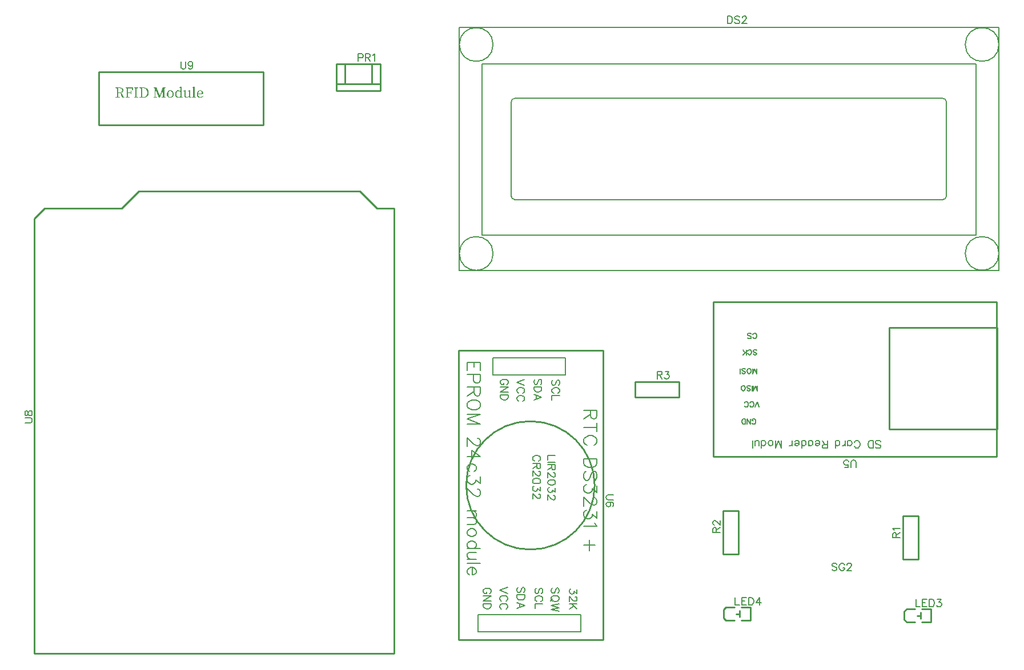
<source format=gto>
G04 Layer: TopSilkLayer*
G04 EasyEDA v6.4.7, 2021-01-23T14:16:31+05:30*
G04 c51e990780d247319b14f838fd0acc24,02e763260c664b4eba746f00e1d76479,10*
G04 Gerber Generator version 0.2*
G04 Scale: 100 percent, Rotated: No, Reflected: No *
G04 Dimensions in millimeters *
G04 leading zeros omitted , absolute positions ,3 integer and 3 decimal *
%FSLAX33Y33*%
%MOMM*%
G90*
D02*

%ADD10C,0.254000*%
%ADD24C,0.200660*%
%ADD25C,0.149987*%
%ADD26C,0.152400*%
%ADD27C,0.203200*%

%LPD*%
G54D10*
G01X57342Y4434D02*
G01X57342Y70474D01*
G01X57342Y70474D02*
G01X54802Y70474D01*
G01X54802Y70474D02*
G01X52262Y73014D01*
G01X52262Y73014D02*
G01X19496Y73014D01*
G01X19496Y73014D02*
G01X16956Y70474D01*
G01X16956Y70474D02*
G01X5526Y70474D01*
G01X5526Y70474D02*
G01X4002Y68950D01*
G01X4002Y68950D02*
G01X4002Y4434D01*
G01X4002Y4434D02*
G01X57342Y4434D01*
G54D24*
G01X82742Y45709D02*
G01X82742Y48249D01*
G01X71947Y45709D02*
G01X71947Y48249D01*
G01X71947Y48249D02*
G01X82742Y48249D01*
G01X71947Y45709D02*
G01X82742Y45709D01*
G54D10*
G01X88330Y49265D02*
G01X88330Y6466D01*
G01X67502Y6466D01*
G01X66867Y6466D01*
G01X66867Y11673D01*
G01X66867Y49392D01*
G01X69404Y49389D01*
G01X88330Y49392D01*
G54D24*
G01X85028Y7609D02*
G01X85028Y10149D01*
G01X69788Y7609D02*
G01X69788Y10149D01*
G01X69788Y10149D02*
G01X85028Y10149D01*
G01X69788Y7609D02*
G01X85028Y7609D01*
G54D10*
G01X133316Y9072D02*
G01X133316Y9073D01*
G01X132966Y9422D01*
G01X133316Y10973D02*
G01X133316Y10972D01*
G01X132966Y10623D01*
G01X135566Y10973D02*
G01X136916Y10973D01*
G01X135566Y9072D02*
G01X136916Y9072D01*
G01X134566Y10973D02*
G01X133316Y10973D01*
G01X134566Y9072D02*
G01X133316Y9072D01*
G01X136916Y10973D02*
G01X136916Y9072D01*
G01X132966Y10623D02*
G01X132966Y9422D01*
G01X135366Y10522D02*
G01X135366Y9522D01*
G01X135366Y10017D02*
G01X134866Y10017D01*
G01X106519Y9326D02*
G01X106519Y9327D01*
G01X106169Y9676D01*
G01X106519Y11227D02*
G01X106519Y11226D01*
G01X106169Y10877D01*
G01X108769Y11227D02*
G01X110119Y11227D01*
G01X108769Y9326D02*
G01X110119Y9326D01*
G01X107769Y11227D02*
G01X106519Y11227D01*
G01X107769Y9326D02*
G01X106519Y9326D01*
G01X110119Y11227D02*
G01X110119Y9326D01*
G01X106169Y10877D02*
G01X106169Y9676D01*
G01X108569Y10776D02*
G01X108569Y9776D01*
G01X108569Y10271D02*
G01X108069Y10271D01*
G01X48759Y91889D02*
G01X55258Y91889D01*
G01X55258Y88889D02*
G01X55258Y91889D01*
G01X55258Y88889D02*
G01X48759Y88889D01*
G01X48759Y91889D02*
G01X48759Y88889D01*
G01X54008Y88889D02*
G01X54008Y91889D01*
G01X50008Y88889D02*
G01X50008Y91889D01*
G01X48759Y87889D02*
G01X55258Y87889D01*
G01X55258Y88889D02*
G01X55258Y87889D01*
G01X48759Y88889D02*
G01X48759Y87889D01*
G01X146668Y33575D02*
G01X104669Y33575D01*
G01X104669Y56575D01*
G01X146668Y56575D01*
G01X146668Y33575D01*
G01X146750Y37708D02*
G01X130751Y37708D01*
G01X130751Y52708D01*
G01X146750Y52708D01*
G01X146750Y37708D01*
G01X93081Y44701D02*
G01X99581Y44701D01*
G01X99581Y44701D02*
G01X99581Y42400D01*
G01X99581Y42400D02*
G01X93081Y42400D01*
G01X93081Y44701D01*
G01X132773Y18329D02*
G01X132773Y24829D01*
G01X132773Y24829D02*
G01X135073Y24829D01*
G01X135073Y24829D02*
G01X135073Y18329D01*
G01X132773Y18329D01*
G01X106103Y19091D02*
G01X106103Y25591D01*
G01X106103Y25591D02*
G01X108403Y25591D01*
G01X108403Y25591D02*
G01X108403Y19091D01*
G01X106103Y19091D01*
G54D25*
G01X75200Y86737D02*
G01X138700Y86737D01*
G01X74700Y72239D02*
G01X74700Y86239D01*
G01X138700Y71738D02*
G01X75200Y71738D01*
G01X139200Y86239D02*
G01X139200Y72239D01*
G01X70399Y91837D02*
G01X143600Y91837D01*
G01X143600Y66437D01*
G01X70399Y66437D01*
G01X70399Y91837D01*
G01X66998Y97237D02*
G01X146998Y97237D01*
G01X146998Y61238D01*
G01X66998Y61238D01*
G01X66998Y97237D01*
G54D10*
G01X13527Y90667D02*
G01X37911Y90667D01*
G01X37911Y82793D01*
G01X13527Y82793D01*
G01X13527Y90667D01*
G54D26*
G01X2595Y38597D02*
G01X3375Y38597D01*
G01X3530Y38648D01*
G01X3634Y38752D01*
G01X3685Y38910D01*
G01X3685Y39014D01*
G01X3634Y39169D01*
G01X3530Y39273D01*
G01X3375Y39324D01*
G01X2595Y39324D01*
G01X2595Y39928D02*
G01X2646Y39771D01*
G01X2750Y39720D01*
G01X2854Y39720D01*
G01X2959Y39771D01*
G01X3012Y39875D01*
G01X3063Y40083D01*
G01X3113Y40238D01*
G01X3218Y40342D01*
G01X3322Y40396D01*
G01X3479Y40396D01*
G01X3583Y40342D01*
G01X3634Y40292D01*
G01X3685Y40134D01*
G01X3685Y39928D01*
G01X3634Y39771D01*
G01X3583Y39720D01*
G01X3479Y39667D01*
G01X3322Y39667D01*
G01X3218Y39720D01*
G01X3113Y39824D01*
G01X3063Y39979D01*
G01X3012Y40188D01*
G01X2959Y40292D01*
G01X2854Y40342D01*
G01X2750Y40342D01*
G01X2646Y40292D01*
G01X2595Y40134D01*
G01X2595Y39928D01*
G01X89865Y27929D02*
G01X89085Y27929D01*
G01X88930Y27879D01*
G01X88826Y27775D01*
G01X88775Y27617D01*
G01X88775Y27513D01*
G01X88826Y27358D01*
G01X88930Y27254D01*
G01X89085Y27203D01*
G01X89865Y27203D01*
G01X89710Y26235D02*
G01X89814Y26289D01*
G01X89865Y26444D01*
G01X89865Y26548D01*
G01X89814Y26703D01*
G01X89656Y26807D01*
G01X89397Y26860D01*
G01X89138Y26860D01*
G01X88930Y26807D01*
G01X88826Y26703D01*
G01X88775Y26548D01*
G01X88775Y26494D01*
G01X88826Y26339D01*
G01X88930Y26235D01*
G01X89085Y26185D01*
G01X89138Y26185D01*
G01X89293Y26235D01*
G01X89397Y26339D01*
G01X89448Y26494D01*
G01X89448Y26548D01*
G01X89397Y26703D01*
G01X89293Y26807D01*
G01X89138Y26860D01*
G54D27*
G01X81709Y44185D02*
G01X81818Y44295D01*
G01X81871Y44457D01*
G01X81871Y44676D01*
G01X81818Y44838D01*
G01X81709Y44947D01*
G01X81599Y44947D01*
G01X81490Y44894D01*
G01X81437Y44838D01*
G01X81381Y44729D01*
G01X81272Y44401D01*
G01X81218Y44295D01*
G01X81165Y44239D01*
G01X81056Y44185D01*
G01X80891Y44185D01*
G01X80782Y44295D01*
G01X80728Y44457D01*
G01X80728Y44676D01*
G01X80782Y44838D01*
G01X80891Y44947D01*
G01X81599Y43007D02*
G01X81709Y43063D01*
G01X81818Y43172D01*
G01X81871Y43279D01*
G01X81871Y43497D01*
G01X81818Y43606D01*
G01X81709Y43716D01*
G01X81599Y43771D01*
G01X81437Y43825D01*
G01X81165Y43825D01*
G01X81000Y43771D01*
G01X80891Y43716D01*
G01X80782Y43606D01*
G01X80728Y43497D01*
G01X80728Y43279D01*
G01X80782Y43172D01*
G01X80891Y43063D01*
G01X81000Y43007D01*
G01X81871Y42649D02*
G01X80728Y42649D01*
G01X80728Y42649D02*
G01X80728Y41993D01*
G01X79042Y44312D02*
G01X79151Y44422D01*
G01X79204Y44584D01*
G01X79204Y44803D01*
G01X79151Y44965D01*
G01X79042Y45074D01*
G01X78932Y45074D01*
G01X78823Y45021D01*
G01X78770Y44965D01*
G01X78714Y44856D01*
G01X78605Y44528D01*
G01X78551Y44422D01*
G01X78498Y44366D01*
G01X78389Y44312D01*
G01X78224Y44312D01*
G01X78115Y44422D01*
G01X78061Y44584D01*
G01X78061Y44803D01*
G01X78115Y44965D01*
G01X78224Y45074D01*
G01X79204Y43952D02*
G01X78061Y43952D01*
G01X79204Y43952D02*
G01X79204Y43571D01*
G01X79151Y43406D01*
G01X79042Y43299D01*
G01X78932Y43243D01*
G01X78770Y43190D01*
G01X78498Y43190D01*
G01X78333Y43243D01*
G01X78224Y43299D01*
G01X78115Y43406D01*
G01X78061Y43571D01*
G01X78061Y43952D01*
G01X79204Y42392D02*
G01X78061Y42829D01*
G01X79204Y42392D02*
G01X78061Y41958D01*
G01X78442Y42667D02*
G01X78442Y42120D01*
G01X76664Y45074D02*
G01X75521Y44638D01*
G01X76664Y44203D02*
G01X75521Y44638D01*
G01X76392Y43025D02*
G01X76502Y43081D01*
G01X76611Y43190D01*
G01X76664Y43299D01*
G01X76664Y43515D01*
G01X76611Y43624D01*
G01X76502Y43733D01*
G01X76392Y43789D01*
G01X76230Y43843D01*
G01X75958Y43843D01*
G01X75793Y43789D01*
G01X75684Y43733D01*
G01X75575Y43624D01*
G01X75521Y43515D01*
G01X75521Y43299D01*
G01X75575Y43190D01*
G01X75684Y43081D01*
G01X75793Y43025D01*
G01X76392Y41849D02*
G01X76502Y41902D01*
G01X76611Y42011D01*
G01X76664Y42120D01*
G01X76664Y42339D01*
G01X76611Y42448D01*
G01X76502Y42557D01*
G01X76392Y42611D01*
G01X76230Y42667D01*
G01X75958Y42667D01*
G01X75793Y42611D01*
G01X75684Y42557D01*
G01X75575Y42448D01*
G01X75521Y42339D01*
G01X75521Y42120D01*
G01X75575Y42011D01*
G01X75684Y41902D01*
G01X75793Y41849D01*
G01X73979Y44257D02*
G01X74089Y44312D01*
G01X74198Y44422D01*
G01X74251Y44528D01*
G01X74251Y44747D01*
G01X74198Y44856D01*
G01X74089Y44965D01*
G01X73979Y45021D01*
G01X73817Y45074D01*
G01X73545Y45074D01*
G01X73380Y45021D01*
G01X73271Y44965D01*
G01X73162Y44856D01*
G01X73108Y44747D01*
G01X73108Y44528D01*
G01X73162Y44422D01*
G01X73271Y44312D01*
G01X73380Y44257D01*
G01X73545Y44257D01*
G01X73545Y44528D02*
G01X73545Y44257D01*
G01X74251Y43898D02*
G01X73108Y43898D01*
G01X74251Y43898D02*
G01X73108Y43134D01*
G01X74251Y43134D02*
G01X73108Y43134D01*
G01X74251Y42776D02*
G01X73108Y42776D01*
G01X74251Y42776D02*
G01X74251Y42392D01*
G01X74198Y42230D01*
G01X74089Y42120D01*
G01X73979Y42067D01*
G01X73817Y42011D01*
G01X73545Y42011D01*
G01X73380Y42067D01*
G01X73271Y42120D01*
G01X73162Y42230D01*
G01X73108Y42392D01*
G01X73108Y42776D01*
G01X87406Y40502D02*
G01X85468Y40502D01*
G01X87406Y40502D02*
G01X87406Y39672D01*
G01X87314Y39395D01*
G01X87223Y39301D01*
G01X87038Y39210D01*
G01X86852Y39210D01*
G01X86667Y39301D01*
G01X86575Y39395D01*
G01X86484Y39672D01*
G01X86484Y40502D01*
G01X86484Y39855D02*
G01X85468Y39210D01*
G01X87406Y37952D02*
G01X85468Y37952D01*
G01X87406Y38600D02*
G01X87406Y37307D01*
G01X86946Y35311D02*
G01X87129Y35405D01*
G01X87314Y35588D01*
G01X87406Y35773D01*
G01X87406Y36144D01*
G01X87314Y36327D01*
G01X87129Y36512D01*
G01X86946Y36604D01*
G01X86667Y36698D01*
G01X86207Y36698D01*
G01X85930Y36604D01*
G01X85745Y36512D01*
G01X85559Y36327D01*
G01X85468Y36144D01*
G01X85468Y35773D01*
G01X85559Y35588D01*
G01X85745Y35405D01*
G01X85930Y35311D01*
G01X87406Y33279D02*
G01X85468Y33279D01*
G01X87406Y33279D02*
G01X87406Y32634D01*
G01X87314Y32357D01*
G01X87129Y32171D01*
G01X86946Y32080D01*
G01X86667Y31986D01*
G01X86207Y31986D01*
G01X85930Y32080D01*
G01X85745Y32171D01*
G01X85559Y32357D01*
G01X85468Y32634D01*
G01X85468Y33279D01*
G01X87129Y30083D02*
G01X87314Y30269D01*
G01X87406Y30546D01*
G01X87406Y30914D01*
G01X87314Y31193D01*
G01X87129Y31376D01*
G01X86946Y31376D01*
G01X86761Y31285D01*
G01X86667Y31193D01*
G01X86575Y31008D01*
G01X86390Y30454D01*
G01X86298Y30269D01*
G01X86207Y30177D01*
G01X86022Y30083D01*
G01X85745Y30083D01*
G01X85559Y30269D01*
G01X85468Y30546D01*
G01X85468Y30914D01*
G01X85559Y31193D01*
G01X85745Y31376D01*
G01X87406Y29288D02*
G01X87406Y28272D01*
G01X86667Y28829D01*
G01X86667Y28552D01*
G01X86575Y28366D01*
G01X86484Y28272D01*
G01X86207Y28181D01*
G01X86022Y28181D01*
G01X85745Y28272D01*
G01X85559Y28458D01*
G01X85468Y28735D01*
G01X85468Y29012D01*
G01X85559Y29288D01*
G01X85651Y29382D01*
G01X85836Y29474D01*
G01X86946Y27480D02*
G01X87038Y27480D01*
G01X87223Y27386D01*
G01X87314Y27294D01*
G01X87406Y27109D01*
G01X87406Y26741D01*
G01X87314Y26555D01*
G01X87223Y26464D01*
G01X87038Y26370D01*
G01X86852Y26370D01*
G01X86667Y26464D01*
G01X86390Y26647D01*
G01X85468Y27571D01*
G01X85468Y26278D01*
G01X87406Y25483D02*
G01X87406Y24467D01*
G01X86667Y25021D01*
G01X86667Y24744D01*
G01X86575Y24561D01*
G01X86484Y24467D01*
G01X86207Y24376D01*
G01X86022Y24376D01*
G01X85745Y24467D01*
G01X85559Y24653D01*
G01X85468Y24930D01*
G01X85468Y25207D01*
G01X85559Y25483D01*
G01X85651Y25577D01*
G01X85836Y25669D01*
G01X87038Y23766D02*
G01X87129Y23581D01*
G01X87406Y23304D01*
G01X85468Y23304D01*
G01X87129Y20442D02*
G01X85468Y20442D01*
G01X86298Y21272D02*
G01X86298Y19611D01*
G01X79194Y13307D02*
G01X79303Y13416D01*
G01X79357Y13578D01*
G01X79357Y13797D01*
G01X79303Y13959D01*
G01X79194Y14069D01*
G01X79085Y14069D01*
G01X78976Y14015D01*
G01X78922Y13959D01*
G01X78866Y13850D01*
G01X78757Y13523D01*
G01X78704Y13416D01*
G01X78651Y13360D01*
G01X78541Y13307D01*
G01X78376Y13307D01*
G01X78267Y13416D01*
G01X78214Y13578D01*
G01X78214Y13797D01*
G01X78267Y13959D01*
G01X78376Y14069D01*
G01X79085Y12128D02*
G01X79194Y12184D01*
G01X79303Y12293D01*
G01X79357Y12400D01*
G01X79357Y12618D01*
G01X79303Y12728D01*
G01X79194Y12837D01*
G01X79085Y12893D01*
G01X78922Y12946D01*
G01X78651Y12946D01*
G01X78485Y12893D01*
G01X78376Y12837D01*
G01X78267Y12728D01*
G01X78214Y12618D01*
G01X78214Y12400D01*
G01X78267Y12293D01*
G01X78376Y12184D01*
G01X78485Y12128D01*
G01X79357Y11770D02*
G01X78214Y11770D01*
G01X78214Y11770D02*
G01X78214Y11115D01*
G01X76527Y13434D02*
G01X76636Y13543D01*
G01X76690Y13705D01*
G01X76690Y13924D01*
G01X76636Y14086D01*
G01X76527Y14196D01*
G01X76418Y14196D01*
G01X76309Y14142D01*
G01X76255Y14086D01*
G01X76199Y13977D01*
G01X76090Y13650D01*
G01X76037Y13543D01*
G01X75984Y13487D01*
G01X75874Y13434D01*
G01X75709Y13434D01*
G01X75600Y13543D01*
G01X75547Y13705D01*
G01X75547Y13924D01*
G01X75600Y14086D01*
G01X75709Y14196D01*
G01X76690Y13073D02*
G01X75547Y13073D01*
G01X76690Y13073D02*
G01X76690Y12692D01*
G01X76636Y12527D01*
G01X76527Y12420D01*
G01X76418Y12364D01*
G01X76255Y12311D01*
G01X75984Y12311D01*
G01X75818Y12364D01*
G01X75709Y12420D01*
G01X75600Y12527D01*
G01X75547Y12692D01*
G01X75547Y13073D01*
G01X76690Y11513D02*
G01X75547Y11950D01*
G01X76690Y11513D02*
G01X75547Y11079D01*
G01X75928Y11788D02*
G01X75928Y11242D01*
G01X74150Y14196D02*
G01X73007Y13759D01*
G01X74150Y13324D02*
G01X73007Y13759D01*
G01X73878Y12146D02*
G01X73987Y12202D01*
G01X74096Y12311D01*
G01X74150Y12420D01*
G01X74150Y12636D01*
G01X74096Y12745D01*
G01X73987Y12855D01*
G01X73878Y12910D01*
G01X73715Y12964D01*
G01X73444Y12964D01*
G01X73278Y12910D01*
G01X73169Y12855D01*
G01X73060Y12745D01*
G01X73007Y12636D01*
G01X73007Y12420D01*
G01X73060Y12311D01*
G01X73169Y12202D01*
G01X73278Y12146D01*
G01X73878Y10970D02*
G01X73987Y11023D01*
G01X74096Y11132D01*
G01X74150Y11242D01*
G01X74150Y11460D01*
G01X74096Y11569D01*
G01X73987Y11679D01*
G01X73878Y11732D01*
G01X73715Y11788D01*
G01X73444Y11788D01*
G01X73278Y11732D01*
G01X73169Y11679D01*
G01X73060Y11569D01*
G01X73007Y11460D01*
G01X73007Y11242D01*
G01X73060Y11132D01*
G01X73169Y11023D01*
G01X73278Y10970D01*
G01X71439Y13269D02*
G01X71549Y13324D01*
G01X71658Y13434D01*
G01X71711Y13540D01*
G01X71711Y13759D01*
G01X71658Y13868D01*
G01X71549Y13977D01*
G01X71439Y14033D01*
G01X71277Y14086D01*
G01X71005Y14086D01*
G01X70840Y14033D01*
G01X70731Y13977D01*
G01X70622Y13868D01*
G01X70568Y13759D01*
G01X70568Y13540D01*
G01X70622Y13434D01*
G01X70731Y13324D01*
G01X70840Y13269D01*
G01X71005Y13269D01*
G01X71005Y13540D02*
G01X71005Y13269D01*
G01X71711Y12910D02*
G01X70568Y12910D01*
G01X71711Y12910D02*
G01X70568Y12146D01*
G01X71711Y12146D02*
G01X70568Y12146D01*
G01X71711Y11788D02*
G01X70568Y11788D01*
G01X71711Y11788D02*
G01X71711Y11404D01*
G01X71658Y11242D01*
G01X71549Y11132D01*
G01X71439Y11079D01*
G01X71277Y11023D01*
G01X71005Y11023D01*
G01X70840Y11079D01*
G01X70731Y11132D01*
G01X70622Y11242D01*
G01X70568Y11404D01*
G01X70568Y11788D01*
G01X84449Y13863D02*
G01X84449Y13264D01*
G01X84015Y13591D01*
G01X84015Y13426D01*
G01X83959Y13319D01*
G01X83906Y13264D01*
G01X83743Y13210D01*
G01X83634Y13210D01*
G01X83469Y13264D01*
G01X83360Y13373D01*
G01X83306Y13535D01*
G01X83306Y13700D01*
G01X83360Y13863D01*
G01X83416Y13919D01*
G01X83525Y13972D01*
G01X84178Y12796D02*
G01X84233Y12796D01*
G01X84343Y12740D01*
G01X84396Y12687D01*
G01X84449Y12578D01*
G01X84449Y12359D01*
G01X84396Y12250D01*
G01X84343Y12197D01*
G01X84233Y12141D01*
G01X84124Y12141D01*
G01X84015Y12197D01*
G01X83850Y12303D01*
G01X83306Y12850D01*
G01X83306Y12088D01*
G01X84449Y11727D02*
G01X83306Y11727D01*
G01X84449Y10965D02*
G01X83687Y11727D01*
G01X83959Y11455D02*
G01X83306Y10965D01*
G01X81620Y13337D02*
G01X81729Y13446D01*
G01X81782Y13609D01*
G01X81782Y13827D01*
G01X81729Y13990D01*
G01X81620Y14099D01*
G01X81511Y14099D01*
G01X81401Y14046D01*
G01X81348Y13990D01*
G01X81292Y13881D01*
G01X81183Y13553D01*
G01X81130Y13446D01*
G01X81076Y13391D01*
G01X80967Y13337D01*
G01X80802Y13337D01*
G01X80693Y13446D01*
G01X80639Y13609D01*
G01X80639Y13827D01*
G01X80693Y13990D01*
G01X80802Y14099D01*
G01X81782Y12649D02*
G01X81729Y12758D01*
G01X81620Y12867D01*
G01X81511Y12923D01*
G01X81348Y12977D01*
G01X81076Y12977D01*
G01X80911Y12923D01*
G01X80802Y12867D01*
G01X80693Y12758D01*
G01X80639Y12649D01*
G01X80639Y12430D01*
G01X80693Y12324D01*
G01X80802Y12215D01*
G01X80911Y12159D01*
G01X81076Y12105D01*
G01X81348Y12105D01*
G01X81511Y12159D01*
G01X81620Y12215D01*
G01X81729Y12324D01*
G01X81782Y12430D01*
G01X81782Y12649D01*
G01X80858Y12486D02*
G01X80530Y12159D01*
G01X81782Y11745D02*
G01X80639Y11473D01*
G01X81782Y11201D02*
G01X80639Y11473D01*
G01X81782Y11201D02*
G01X80639Y10927D01*
G01X81782Y10655D02*
G01X80639Y10927D01*
G01X70134Y47614D02*
G01X68196Y47614D01*
G01X70134Y47614D02*
G01X70134Y46413D01*
G01X69212Y47614D02*
G01X69212Y46875D01*
G01X68196Y47614D02*
G01X68196Y46413D01*
G01X70134Y45803D02*
G01X68196Y45803D01*
G01X70134Y45803D02*
G01X70134Y44973D01*
G01X70042Y44696D01*
G01X69951Y44605D01*
G01X69766Y44511D01*
G01X69489Y44511D01*
G01X69303Y44605D01*
G01X69212Y44696D01*
G01X69118Y44973D01*
G01X69118Y45803D01*
G01X70134Y43901D02*
G01X68196Y43901D01*
G01X70134Y43901D02*
G01X70134Y43070D01*
G01X70042Y42794D01*
G01X69951Y42700D01*
G01X69766Y42608D01*
G01X69580Y42608D01*
G01X69395Y42700D01*
G01X69303Y42794D01*
G01X69212Y43070D01*
G01X69212Y43901D01*
G01X69212Y43256D02*
G01X68196Y42608D01*
G01X70134Y41445D02*
G01X70042Y41630D01*
G01X69857Y41813D01*
G01X69674Y41907D01*
G01X69395Y41999D01*
G01X68935Y41999D01*
G01X68658Y41907D01*
G01X68473Y41813D01*
G01X68287Y41630D01*
G01X68196Y41445D01*
G01X68196Y41074D01*
G01X68287Y40891D01*
G01X68473Y40706D01*
G01X68658Y40614D01*
G01X68935Y40520D01*
G01X69395Y40520D01*
G01X69674Y40614D01*
G01X69857Y40706D01*
G01X70042Y40891D01*
G01X70134Y41074D01*
G01X70134Y41445D01*
G01X70134Y39911D02*
G01X68196Y39911D01*
G01X70134Y39911D02*
G01X68196Y39172D01*
G01X70134Y38432D02*
G01X68196Y39172D01*
G01X70134Y38432D02*
G01X68196Y38432D01*
G01X69674Y36309D02*
G01X69766Y36309D01*
G01X69951Y36218D01*
G01X70042Y36124D01*
G01X70134Y35941D01*
G01X70134Y35570D01*
G01X70042Y35384D01*
G01X69951Y35293D01*
G01X69766Y35202D01*
G01X69580Y35202D01*
G01X69395Y35293D01*
G01X69118Y35478D01*
G01X68196Y36400D01*
G01X68196Y35108D01*
G01X70134Y33576D02*
G01X68841Y34498D01*
G01X68841Y33114D01*
G01X70134Y33576D02*
G01X68196Y33576D01*
G01X69212Y31397D02*
G01X69395Y31579D01*
G01X69489Y31765D01*
G01X69489Y32042D01*
G01X69395Y32227D01*
G01X69212Y32413D01*
G01X68935Y32504D01*
G01X68750Y32504D01*
G01X68473Y32413D01*
G01X68287Y32227D01*
G01X68196Y32042D01*
G01X68196Y31765D01*
G01X68287Y31579D01*
G01X68473Y31397D01*
G01X70134Y30602D02*
G01X70134Y29586D01*
G01X69395Y30139D01*
G01X69395Y29862D01*
G01X69303Y29677D01*
G01X69212Y29586D01*
G01X68935Y29492D01*
G01X68750Y29492D01*
G01X68473Y29586D01*
G01X68287Y29771D01*
G01X68196Y30048D01*
G01X68196Y30325D01*
G01X68287Y30602D01*
G01X68379Y30693D01*
G01X68564Y30787D01*
G01X69674Y28791D02*
G01X69766Y28791D01*
G01X69951Y28699D01*
G01X70042Y28605D01*
G01X70134Y28422D01*
G01X70134Y28051D01*
G01X70042Y27866D01*
G01X69951Y27775D01*
G01X69766Y27683D01*
G01X69580Y27683D01*
G01X69395Y27775D01*
G01X69118Y27960D01*
G01X68196Y28882D01*
G01X68196Y27589D01*
G01X69489Y25557D02*
G01X68196Y25557D01*
G01X69118Y25557D02*
G01X69395Y25280D01*
G01X69489Y25097D01*
G01X69489Y24818D01*
G01X69395Y24635D01*
G01X69118Y24541D01*
G01X68196Y24541D01*
G01X69118Y24541D02*
G01X69395Y24264D01*
G01X69489Y24081D01*
G01X69489Y23802D01*
G01X69395Y23619D01*
G01X69118Y23525D01*
G01X68196Y23525D01*
G01X69489Y22456D02*
G01X69395Y22639D01*
G01X69212Y22824D01*
G01X68935Y22916D01*
G01X68750Y22916D01*
G01X68473Y22824D01*
G01X68287Y22639D01*
G01X68196Y22456D01*
G01X68196Y22176D01*
G01X68287Y21994D01*
G01X68473Y21808D01*
G01X68750Y21717D01*
G01X68935Y21717D01*
G01X69212Y21808D01*
G01X69395Y21994D01*
G01X69489Y22176D01*
G01X69489Y22456D01*
G01X70134Y19997D02*
G01X68196Y19997D01*
G01X69212Y19997D02*
G01X69395Y20182D01*
G01X69489Y20368D01*
G01X69489Y20645D01*
G01X69395Y20830D01*
G01X69212Y21013D01*
G01X68935Y21107D01*
G01X68750Y21107D01*
G01X68473Y21013D01*
G01X68287Y20830D01*
G01X68196Y20645D01*
G01X68196Y20368D01*
G01X68287Y20182D01*
G01X68473Y19997D01*
G01X69489Y19387D02*
G01X68564Y19387D01*
G01X68287Y19296D01*
G01X68196Y19111D01*
G01X68196Y18834D01*
G01X68287Y18648D01*
G01X68564Y18371D01*
G01X69489Y18371D02*
G01X68196Y18371D01*
G01X70134Y17762D02*
G01X68196Y17762D01*
G01X68935Y17152D02*
G01X68935Y16045D01*
G01X69118Y16045D01*
G01X69303Y16136D01*
G01X69395Y16230D01*
G01X69489Y16413D01*
G01X69489Y16690D01*
G01X69395Y16875D01*
G01X69212Y17061D01*
G01X68935Y17152D01*
G01X68750Y17152D01*
G01X68473Y17061D01*
G01X68287Y16875D01*
G01X68196Y16690D01*
G01X68196Y16413D01*
G01X68287Y16230D01*
G01X68473Y16045D01*
G01X81236Y33771D02*
G01X80093Y33771D01*
G01X80093Y33771D02*
G01X80093Y33119D01*
G01X81236Y32758D02*
G01X80093Y32758D01*
G01X81236Y32397D02*
G01X80093Y32397D01*
G01X81236Y32397D02*
G01X81236Y31907D01*
G01X81183Y31745D01*
G01X81130Y31689D01*
G01X81020Y31635D01*
G01X80911Y31635D01*
G01X80802Y31689D01*
G01X80746Y31745D01*
G01X80693Y31907D01*
G01X80693Y32397D01*
G01X80693Y32016D02*
G01X80093Y31635D01*
G01X80964Y31221D02*
G01X81020Y31221D01*
G01X81130Y31165D01*
G01X81183Y31112D01*
G01X81236Y31003D01*
G01X81236Y30784D01*
G01X81183Y30675D01*
G01X81130Y30622D01*
G01X81020Y30566D01*
G01X80911Y30566D01*
G01X80802Y30622D01*
G01X80637Y30731D01*
G01X80093Y31275D01*
G01X80093Y30513D01*
G01X81236Y29827D02*
G01X81183Y29989D01*
G01X81020Y30099D01*
G01X80746Y30152D01*
G01X80583Y30152D01*
G01X80312Y30099D01*
G01X80147Y29989D01*
G01X80093Y29827D01*
G01X80093Y29718D01*
G01X80147Y29553D01*
G01X80312Y29446D01*
G01X80583Y29390D01*
G01X80746Y29390D01*
G01X81020Y29446D01*
G01X81183Y29553D01*
G01X81236Y29718D01*
G01X81236Y29827D01*
G01X81236Y28923D02*
G01X81236Y28323D01*
G01X80802Y28648D01*
G01X80802Y28486D01*
G01X80746Y28377D01*
G01X80693Y28323D01*
G01X80530Y28267D01*
G01X80421Y28267D01*
G01X80256Y28323D01*
G01X80147Y28430D01*
G01X80093Y28595D01*
G01X80093Y28758D01*
G01X80147Y28923D01*
G01X80202Y28976D01*
G01X80312Y29029D01*
G01X80964Y27853D02*
G01X81020Y27853D01*
G01X81130Y27800D01*
G01X81183Y27744D01*
G01X81236Y27635D01*
G01X81236Y27416D01*
G01X81183Y27307D01*
G01X81130Y27254D01*
G01X81020Y27201D01*
G01X80911Y27201D01*
G01X80802Y27254D01*
G01X80637Y27363D01*
G01X80093Y27907D01*
G01X80093Y27145D01*
G01X78750Y32954D02*
G01X78859Y33009D01*
G01X78968Y33119D01*
G01X79021Y33225D01*
G01X79021Y33444D01*
G01X78968Y33553D01*
G01X78859Y33662D01*
G01X78750Y33718D01*
G01X78587Y33771D01*
G01X78315Y33771D01*
G01X78150Y33718D01*
G01X78041Y33662D01*
G01X77932Y33553D01*
G01X77878Y33444D01*
G01X77878Y33225D01*
G01X77932Y33119D01*
G01X78041Y33009D01*
G01X78150Y32954D01*
G01X79021Y32595D02*
G01X77878Y32595D01*
G01X79021Y32595D02*
G01X79021Y32103D01*
G01X78968Y31940D01*
G01X78915Y31887D01*
G01X78805Y31831D01*
G01X78696Y31831D01*
G01X78587Y31887D01*
G01X78531Y31940D01*
G01X78478Y32103D01*
G01X78478Y32595D01*
G01X78478Y32212D02*
G01X77878Y31831D01*
G01X78750Y31417D02*
G01X78805Y31417D01*
G01X78915Y31364D01*
G01X78968Y31308D01*
G01X79021Y31198D01*
G01X79021Y30983D01*
G01X78968Y30873D01*
G01X78915Y30817D01*
G01X78805Y30764D01*
G01X78696Y30764D01*
G01X78587Y30817D01*
G01X78422Y30927D01*
G01X77878Y31473D01*
G01X77878Y30708D01*
G01X79021Y30022D02*
G01X78968Y30185D01*
G01X78805Y30294D01*
G01X78531Y30350D01*
G01X78369Y30350D01*
G01X78097Y30294D01*
G01X77932Y30185D01*
G01X77878Y30022D01*
G01X77878Y29913D01*
G01X77932Y29751D01*
G01X78097Y29641D01*
G01X78369Y29586D01*
G01X78531Y29586D01*
G01X78805Y29641D01*
G01X78968Y29751D01*
G01X79021Y29913D01*
G01X79021Y30022D01*
G01X79021Y29118D02*
G01X79021Y28519D01*
G01X78587Y28846D01*
G01X78587Y28681D01*
G01X78531Y28572D01*
G01X78478Y28519D01*
G01X78315Y28463D01*
G01X78206Y28463D01*
G01X78041Y28519D01*
G01X77932Y28628D01*
G01X77878Y28791D01*
G01X77878Y28953D01*
G01X77932Y29118D01*
G01X77988Y29172D01*
G01X78097Y29227D01*
G01X78750Y28049D02*
G01X78805Y28049D01*
G01X78915Y27996D01*
G01X78968Y27940D01*
G01X79021Y27830D01*
G01X79021Y27615D01*
G01X78968Y27505D01*
G01X78915Y27449D01*
G01X78805Y27396D01*
G01X78696Y27396D01*
G01X78587Y27449D01*
G01X78422Y27559D01*
G01X77878Y28105D01*
G01X77878Y27340D01*
G54D26*
G01X134708Y12408D02*
G01X134708Y11318D01*
G01X134708Y11318D02*
G01X135330Y11318D01*
G01X135673Y12408D02*
G01X135673Y11318D01*
G01X135673Y12408D02*
G01X136348Y12408D01*
G01X135673Y11889D02*
G01X136089Y11889D01*
G01X135673Y11318D02*
G01X136348Y11318D01*
G01X136691Y12408D02*
G01X136691Y11318D01*
G01X136691Y12408D02*
G01X137057Y12408D01*
G01X137212Y12357D01*
G01X137316Y12253D01*
G01X137367Y12149D01*
G01X137420Y11991D01*
G01X137420Y11732D01*
G01X137367Y11577D01*
G01X137316Y11473D01*
G01X137212Y11369D01*
G01X137057Y11318D01*
G01X136691Y11318D01*
G01X137867Y12408D02*
G01X138439Y12408D01*
G01X138126Y11991D01*
G01X138281Y11991D01*
G01X138385Y11940D01*
G01X138439Y11889D01*
G01X138490Y11732D01*
G01X138490Y11628D01*
G01X138439Y11473D01*
G01X138335Y11369D01*
G01X138177Y11318D01*
G01X138022Y11318D01*
G01X137867Y11369D01*
G01X137814Y11420D01*
G01X137763Y11524D01*
G01X107911Y12662D02*
G01X107911Y11572D01*
G01X107911Y11572D02*
G01X108533Y11572D01*
G01X108876Y12662D02*
G01X108876Y11572D01*
G01X108876Y12662D02*
G01X109551Y12662D01*
G01X108876Y12143D02*
G01X109292Y12143D01*
G01X108876Y11572D02*
G01X109551Y11572D01*
G01X109894Y12662D02*
G01X109894Y11572D01*
G01X109894Y12662D02*
G01X110260Y12662D01*
G01X110415Y12611D01*
G01X110519Y12507D01*
G01X110570Y12403D01*
G01X110623Y12245D01*
G01X110623Y11986D01*
G01X110570Y11831D01*
G01X110519Y11727D01*
G01X110415Y11623D01*
G01X110260Y11572D01*
G01X109894Y11572D01*
G01X111484Y12662D02*
G01X110966Y11935D01*
G01X111746Y11935D01*
G01X111484Y12662D02*
G01X111484Y11572D01*
G01X52008Y93345D02*
G01X52008Y92255D01*
G01X52008Y93345D02*
G01X52476Y93345D01*
G01X52631Y93294D01*
G01X52684Y93241D01*
G01X52735Y93136D01*
G01X52735Y92981D01*
G01X52684Y92877D01*
G01X52631Y92826D01*
G01X52476Y92773D01*
G01X52008Y92773D01*
G01X53078Y93345D02*
G01X53078Y92255D01*
G01X53078Y93345D02*
G01X53545Y93345D01*
G01X53703Y93294D01*
G01X53753Y93241D01*
G01X53807Y93136D01*
G01X53807Y93032D01*
G01X53753Y92928D01*
G01X53703Y92877D01*
G01X53545Y92826D01*
G01X53078Y92826D01*
G01X53444Y92826D02*
G01X53807Y92255D01*
G01X54150Y93136D02*
G01X54254Y93190D01*
G01X54409Y93345D01*
G01X54409Y92255D01*
G01X125795Y31983D02*
G01X125795Y32763D01*
G01X125745Y32918D01*
G01X125641Y33022D01*
G01X125483Y33073D01*
G01X125379Y33073D01*
G01X125224Y33022D01*
G01X125120Y32918D01*
G01X125069Y32763D01*
G01X125069Y31983D01*
G01X124101Y31983D02*
G01X124622Y31983D01*
G01X124673Y32451D01*
G01X124622Y32400D01*
G01X124465Y32347D01*
G01X124310Y32347D01*
G01X124155Y32400D01*
G01X124051Y32501D01*
G01X123997Y32659D01*
G01X123997Y32763D01*
G01X124051Y32918D01*
G01X124155Y33022D01*
G01X124310Y33073D01*
G01X124465Y33073D01*
G01X124622Y33022D01*
G01X124673Y32971D01*
G01X124726Y32867D01*
G54D27*
G01X110390Y38608D02*
G01X110428Y38534D01*
G01X110500Y38460D01*
G01X110573Y38425D01*
G01X110718Y38425D01*
G01X110792Y38460D01*
G01X110863Y38534D01*
G01X110901Y38608D01*
G01X110936Y38717D01*
G01X110936Y38897D01*
G01X110901Y39006D01*
G01X110863Y39080D01*
G01X110792Y39154D01*
G01X110718Y39189D01*
G01X110573Y39189D01*
G01X110500Y39154D01*
G01X110428Y39080D01*
G01X110390Y39006D01*
G01X110390Y38897D01*
G01X110573Y38897D02*
G01X110390Y38897D01*
G01X110152Y38425D02*
G01X110152Y39189D01*
G01X110152Y38425D02*
G01X109641Y39189D01*
G01X109641Y38425D02*
G01X109641Y39189D01*
G01X109402Y38425D02*
G01X109402Y39189D01*
G01X109402Y38425D02*
G01X109148Y38425D01*
G01X109039Y38460D01*
G01X108965Y38534D01*
G01X108930Y38608D01*
G01X108892Y38717D01*
G01X108892Y38897D01*
G01X108930Y39006D01*
G01X108965Y39080D01*
G01X109039Y39154D01*
G01X109148Y39189D01*
G01X109402Y39189D01*
G01X111444Y40965D02*
G01X111152Y41729D01*
G01X110863Y40965D02*
G01X111152Y41729D01*
G01X110078Y41148D02*
G01X110114Y41074D01*
G01X110187Y41000D01*
G01X110258Y40965D01*
G01X110406Y40965D01*
G01X110477Y41000D01*
G01X110550Y41074D01*
G01X110586Y41148D01*
G01X110622Y41257D01*
G01X110622Y41437D01*
G01X110586Y41546D01*
G01X110550Y41620D01*
G01X110477Y41694D01*
G01X110406Y41729D01*
G01X110258Y41729D01*
G01X110187Y41694D01*
G01X110114Y41620D01*
G01X110078Y41546D01*
G01X109291Y41148D02*
G01X109329Y41074D01*
G01X109400Y41000D01*
G01X109473Y40965D01*
G01X109618Y40965D01*
G01X109692Y41000D01*
G01X109766Y41074D01*
G01X109801Y41148D01*
G01X109837Y41257D01*
G01X109837Y41437D01*
G01X109801Y41546D01*
G01X109766Y41620D01*
G01X109692Y41694D01*
G01X109618Y41729D01*
G01X109473Y41729D01*
G01X109400Y41694D01*
G01X109329Y41620D01*
G01X109291Y41546D01*
G01X111190Y43378D02*
G01X111190Y44142D01*
G01X111190Y43378D02*
G01X110898Y44142D01*
G01X110609Y43378D02*
G01X110898Y44142D01*
G01X110609Y43378D02*
G01X110609Y44142D01*
G01X110368Y43378D02*
G01X110368Y44142D01*
G01X109621Y43487D02*
G01X109692Y43413D01*
G01X109801Y43378D01*
G01X109946Y43378D01*
G01X110055Y43413D01*
G01X110129Y43487D01*
G01X110129Y43561D01*
G01X110093Y43632D01*
G01X110055Y43670D01*
G01X109984Y43705D01*
G01X109766Y43779D01*
G01X109692Y43815D01*
G01X109656Y43850D01*
G01X109621Y43924D01*
G01X109621Y44033D01*
G01X109692Y44107D01*
G01X109801Y44142D01*
G01X109946Y44142D01*
G01X110055Y44107D01*
G01X110129Y44033D01*
G01X109161Y43378D02*
G01X109235Y43413D01*
G01X109306Y43487D01*
G01X109344Y43561D01*
G01X109379Y43670D01*
G01X109379Y43850D01*
G01X109344Y43959D01*
G01X109306Y44033D01*
G01X109235Y44107D01*
G01X109161Y44142D01*
G01X109016Y44142D01*
G01X108943Y44107D01*
G01X108871Y44033D01*
G01X108833Y43959D01*
G01X108798Y43850D01*
G01X108798Y43670D01*
G01X108833Y43561D01*
G01X108871Y43487D01*
G01X108943Y43413D01*
G01X109016Y43378D01*
G01X109161Y43378D01*
G01X111063Y45918D02*
G01X111063Y46682D01*
G01X111063Y45918D02*
G01X110771Y46682D01*
G01X110482Y45918D02*
G01X110771Y46682D01*
G01X110482Y45918D02*
G01X110482Y46682D01*
G01X110025Y45918D02*
G01X110096Y45953D01*
G01X110169Y46027D01*
G01X110205Y46101D01*
G01X110241Y46210D01*
G01X110241Y46390D01*
G01X110205Y46499D01*
G01X110169Y46573D01*
G01X110096Y46647D01*
G01X110025Y46682D01*
G01X109877Y46682D01*
G01X109806Y46647D01*
G01X109733Y46573D01*
G01X109697Y46499D01*
G01X109659Y46390D01*
G01X109659Y46210D01*
G01X109697Y46101D01*
G01X109733Y46027D01*
G01X109806Y45953D01*
G01X109877Y45918D01*
G01X110025Y45918D01*
G01X108910Y46027D02*
G01X108983Y45953D01*
G01X109092Y45918D01*
G01X109237Y45918D01*
G01X109346Y45953D01*
G01X109420Y46027D01*
G01X109420Y46101D01*
G01X109385Y46172D01*
G01X109346Y46210D01*
G01X109275Y46245D01*
G01X109057Y46319D01*
G01X108983Y46355D01*
G01X108948Y46390D01*
G01X108910Y46464D01*
G01X108910Y46573D01*
G01X108983Y46647D01*
G01X109092Y46682D01*
G01X109237Y46682D01*
G01X109346Y46647D01*
G01X109420Y46573D01*
G01X108671Y45918D02*
G01X108671Y46682D01*
G01X110555Y48821D02*
G01X110627Y48747D01*
G01X110736Y48712D01*
G01X110881Y48712D01*
G01X110990Y48747D01*
G01X111063Y48821D01*
G01X111063Y48895D01*
G01X111028Y48966D01*
G01X110990Y49004D01*
G01X110919Y49039D01*
G01X110700Y49113D01*
G01X110627Y49149D01*
G01X110591Y49184D01*
G01X110555Y49258D01*
G01X110555Y49367D01*
G01X110627Y49441D01*
G01X110736Y49476D01*
G01X110881Y49476D01*
G01X110990Y49441D01*
G01X111063Y49367D01*
G01X109768Y48895D02*
G01X109806Y48821D01*
G01X109877Y48747D01*
G01X109951Y48712D01*
G01X110096Y48712D01*
G01X110169Y48747D01*
G01X110241Y48821D01*
G01X110279Y48895D01*
G01X110314Y49004D01*
G01X110314Y49184D01*
G01X110279Y49293D01*
G01X110241Y49367D01*
G01X110169Y49441D01*
G01X110096Y49476D01*
G01X109951Y49476D01*
G01X109877Y49441D01*
G01X109806Y49367D01*
G01X109768Y49293D01*
G01X109529Y48712D02*
G01X109529Y49476D01*
G01X109019Y48712D02*
G01X109529Y49222D01*
G01X109346Y49039D02*
G01X109019Y49476D01*
G01X110517Y51308D02*
G01X110555Y51234D01*
G01X110627Y51160D01*
G01X110700Y51125D01*
G01X110845Y51125D01*
G01X110919Y51160D01*
G01X110990Y51234D01*
G01X111028Y51308D01*
G01X111063Y51417D01*
G01X111063Y51597D01*
G01X111028Y51706D01*
G01X110990Y51780D01*
G01X110919Y51854D01*
G01X110845Y51889D01*
G01X110700Y51889D01*
G01X110627Y51854D01*
G01X110555Y51780D01*
G01X110517Y51706D01*
G01X109768Y51234D02*
G01X109842Y51160D01*
G01X109951Y51125D01*
G01X110096Y51125D01*
G01X110205Y51160D01*
G01X110279Y51234D01*
G01X110279Y51308D01*
G01X110241Y51379D01*
G01X110205Y51417D01*
G01X110134Y51452D01*
G01X109915Y51526D01*
G01X109842Y51562D01*
G01X109806Y51597D01*
G01X109768Y51671D01*
G01X109768Y51780D01*
G01X109842Y51854D01*
G01X109951Y51889D01*
G01X110096Y51889D01*
G01X110205Y51854D01*
G01X110279Y51780D01*
G01X128714Y35011D02*
G01X128823Y34902D01*
G01X128988Y34846D01*
G01X129207Y34846D01*
G01X129369Y34902D01*
G01X129478Y35011D01*
G01X129478Y35120D01*
G01X129425Y35229D01*
G01X129369Y35283D01*
G01X129260Y35339D01*
G01X128932Y35445D01*
G01X128823Y35501D01*
G01X128770Y35555D01*
G01X128714Y35664D01*
G01X128714Y35829D01*
G01X128823Y35938D01*
G01X128988Y35991D01*
G01X129207Y35991D01*
G01X129369Y35938D01*
G01X129478Y35829D01*
G01X128356Y34846D02*
G01X128356Y35991D01*
G01X128356Y34846D02*
G01X127972Y34846D01*
G01X127810Y34902D01*
G01X127700Y35011D01*
G01X127645Y35120D01*
G01X127591Y35283D01*
G01X127591Y35555D01*
G01X127645Y35720D01*
G01X127700Y35829D01*
G01X127810Y35938D01*
G01X127972Y35991D01*
G01X128356Y35991D01*
G01X125572Y35120D02*
G01X125628Y35011D01*
G01X125737Y34902D01*
G01X125846Y34846D01*
G01X126065Y34846D01*
G01X126174Y34902D01*
G01X126283Y35011D01*
G01X126337Y35120D01*
G01X126392Y35283D01*
G01X126392Y35555D01*
G01X126337Y35720D01*
G01X126283Y35829D01*
G01X126174Y35938D01*
G01X126065Y35991D01*
G01X125846Y35991D01*
G01X125737Y35938D01*
G01X125628Y35829D01*
G01X125572Y35720D01*
G01X124559Y35229D02*
G01X124559Y35991D01*
G01X124559Y35392D02*
G01X124668Y35283D01*
G01X124777Y35229D01*
G01X124940Y35229D01*
G01X125049Y35283D01*
G01X125158Y35392D01*
G01X125214Y35555D01*
G01X125214Y35664D01*
G01X125158Y35829D01*
G01X125049Y35938D01*
G01X124940Y35991D01*
G01X124777Y35991D01*
G01X124668Y35938D01*
G01X124559Y35829D01*
G01X124198Y35229D02*
G01X124198Y35991D01*
G01X124198Y35555D02*
G01X124144Y35392D01*
G01X124035Y35283D01*
G01X123926Y35229D01*
G01X123761Y35229D01*
G01X122747Y34846D02*
G01X122747Y35991D01*
G01X122747Y35392D02*
G01X122857Y35283D01*
G01X122966Y35229D01*
G01X123128Y35229D01*
G01X123238Y35283D01*
G01X123347Y35392D01*
G01X123403Y35555D01*
G01X123403Y35664D01*
G01X123347Y35829D01*
G01X123238Y35938D01*
G01X123128Y35991D01*
G01X122966Y35991D01*
G01X122857Y35938D01*
G01X122747Y35829D01*
G01X121549Y34846D02*
G01X121549Y35991D01*
G01X121549Y34846D02*
G01X121056Y34846D01*
G01X120893Y34902D01*
G01X120837Y34955D01*
G01X120784Y35064D01*
G01X120784Y35174D01*
G01X120837Y35283D01*
G01X120893Y35339D01*
G01X121056Y35392D01*
G01X121549Y35392D01*
G01X121165Y35392D02*
G01X120784Y35991D01*
G01X120423Y35555D02*
G01X119771Y35555D01*
G01X119771Y35445D01*
G01X119824Y35339D01*
G01X119877Y35283D01*
G01X119987Y35229D01*
G01X120152Y35229D01*
G01X120261Y35283D01*
G01X120370Y35392D01*
G01X120423Y35555D01*
G01X120423Y35664D01*
G01X120370Y35829D01*
G01X120261Y35938D01*
G01X120152Y35991D01*
G01X119987Y35991D01*
G01X119877Y35938D01*
G01X119771Y35829D01*
G01X118755Y35229D02*
G01X118755Y35991D01*
G01X118755Y35392D02*
G01X118864Y35283D01*
G01X118973Y35229D01*
G01X119136Y35229D01*
G01X119245Y35283D01*
G01X119354Y35392D01*
G01X119410Y35555D01*
G01X119410Y35664D01*
G01X119354Y35829D01*
G01X119245Y35938D01*
G01X119136Y35991D01*
G01X118973Y35991D01*
G01X118864Y35938D01*
G01X118755Y35829D01*
G01X117741Y34846D02*
G01X117741Y35991D01*
G01X117741Y35392D02*
G01X117850Y35283D01*
G01X117960Y35229D01*
G01X118122Y35229D01*
G01X118231Y35283D01*
G01X118341Y35392D01*
G01X118394Y35555D01*
G01X118394Y35664D01*
G01X118341Y35829D01*
G01X118231Y35938D01*
G01X118122Y35991D01*
G01X117960Y35991D01*
G01X117850Y35938D01*
G01X117741Y35829D01*
G01X117380Y35555D02*
G01X116725Y35555D01*
G01X116725Y35445D01*
G01X116781Y35339D01*
G01X116834Y35283D01*
G01X116944Y35229D01*
G01X117109Y35229D01*
G01X117218Y35283D01*
G01X117325Y35392D01*
G01X117380Y35555D01*
G01X117380Y35664D01*
G01X117325Y35829D01*
G01X117218Y35938D01*
G01X117109Y35991D01*
G01X116944Y35991D01*
G01X116834Y35938D01*
G01X116725Y35829D01*
G01X116367Y35229D02*
G01X116367Y35991D01*
G01X116367Y35555D02*
G01X116311Y35392D01*
G01X116202Y35283D01*
G01X116093Y35229D01*
G01X115930Y35229D01*
G01X114729Y34846D02*
G01X114729Y35991D01*
G01X114729Y34846D02*
G01X114292Y35991D01*
G01X113857Y34846D02*
G01X114292Y35991D01*
G01X113857Y34846D02*
G01X113857Y35991D01*
G01X113225Y35229D02*
G01X113334Y35283D01*
G01X113441Y35392D01*
G01X113497Y35555D01*
G01X113497Y35664D01*
G01X113441Y35829D01*
G01X113334Y35938D01*
G01X113225Y35991D01*
G01X113060Y35991D01*
G01X112951Y35938D01*
G01X112841Y35829D01*
G01X112788Y35664D01*
G01X112788Y35555D01*
G01X112841Y35392D01*
G01X112951Y35283D01*
G01X113060Y35229D01*
G01X113225Y35229D01*
G01X111772Y34846D02*
G01X111772Y35991D01*
G01X111772Y35392D02*
G01X111881Y35283D01*
G01X111991Y35229D01*
G01X112156Y35229D01*
G01X112265Y35283D01*
G01X112374Y35392D01*
G01X112427Y35555D01*
G01X112427Y35664D01*
G01X112374Y35829D01*
G01X112265Y35938D01*
G01X112156Y35991D01*
G01X111991Y35991D01*
G01X111881Y35938D01*
G01X111772Y35829D01*
G01X111414Y35229D02*
G01X111414Y35773D01*
G01X111358Y35938D01*
G01X111249Y35991D01*
G01X111086Y35991D01*
G01X110977Y35938D01*
G01X110812Y35773D01*
G01X110812Y35229D02*
G01X110812Y35991D01*
G01X110454Y34846D02*
G01X110454Y35991D01*
G54D26*
G01X96331Y46228D02*
G01X96331Y45138D01*
G01X96331Y46228D02*
G01X96799Y46228D01*
G01X96954Y46177D01*
G01X97007Y46124D01*
G01X97058Y46019D01*
G01X97058Y45915D01*
G01X97007Y45811D01*
G01X96954Y45760D01*
G01X96799Y45709D01*
G01X96331Y45709D01*
G01X96695Y45709D02*
G01X97058Y45138D01*
G01X97505Y46228D02*
G01X98076Y46228D01*
G01X97767Y45811D01*
G01X97922Y45811D01*
G01X98026Y45760D01*
G01X98076Y45709D01*
G01X98130Y45552D01*
G01X98130Y45448D01*
G01X98076Y45293D01*
G01X97972Y45189D01*
G01X97817Y45138D01*
G01X97662Y45138D01*
G01X97505Y45189D01*
G01X97454Y45240D01*
G01X97401Y45344D01*
G01X131246Y21579D02*
G01X132336Y21579D01*
G01X131246Y21579D02*
G01X131246Y22047D01*
G01X131297Y22202D01*
G01X131350Y22255D01*
G01X131455Y22306D01*
G01X131559Y22306D01*
G01X131663Y22255D01*
G01X131714Y22202D01*
G01X131764Y22047D01*
G01X131764Y21579D01*
G01X131764Y21943D02*
G01X132336Y22306D01*
G01X131455Y22649D02*
G01X131401Y22753D01*
G01X131246Y22910D01*
G01X132336Y22910D01*
G01X104576Y22341D02*
G01X105666Y22341D01*
G01X104576Y22341D02*
G01X104576Y22809D01*
G01X104627Y22964D01*
G01X104680Y23017D01*
G01X104785Y23068D01*
G01X104889Y23068D01*
G01X104993Y23017D01*
G01X105044Y22964D01*
G01X105094Y22809D01*
G01X105094Y22341D01*
G01X105094Y22705D02*
G01X105666Y23068D01*
G01X104835Y23464D02*
G01X104785Y23464D01*
G01X104680Y23515D01*
G01X104627Y23568D01*
G01X104576Y23672D01*
G01X104576Y23878D01*
G01X104627Y23982D01*
G01X104680Y24036D01*
G01X104785Y24086D01*
G01X104889Y24086D01*
G01X104993Y24036D01*
G01X105148Y23932D01*
G01X105666Y23411D01*
G01X105666Y24140D01*
G01X106749Y98939D02*
G01X106749Y97849D01*
G01X106749Y98939D02*
G01X107113Y98939D01*
G01X107270Y98888D01*
G01X107372Y98784D01*
G01X107425Y98680D01*
G01X107476Y98522D01*
G01X107476Y98263D01*
G01X107425Y98108D01*
G01X107372Y98004D01*
G01X107270Y97900D01*
G01X107113Y97849D01*
G01X106749Y97849D01*
G01X108548Y98784D02*
G01X108443Y98888D01*
G01X108286Y98939D01*
G01X108080Y98939D01*
G01X107923Y98888D01*
G01X107819Y98784D01*
G01X107819Y98680D01*
G01X107872Y98576D01*
G01X107923Y98522D01*
G01X108027Y98472D01*
G01X108339Y98368D01*
G01X108443Y98317D01*
G01X108494Y98263D01*
G01X108548Y98159D01*
G01X108548Y98004D01*
G01X108443Y97900D01*
G01X108286Y97849D01*
G01X108080Y97849D01*
G01X107923Y97900D01*
G01X107819Y98004D01*
G01X108941Y98680D02*
G01X108941Y98731D01*
G01X108995Y98835D01*
G01X109045Y98888D01*
G01X109150Y98939D01*
G01X109358Y98939D01*
G01X109462Y98888D01*
G01X109513Y98835D01*
G01X109566Y98731D01*
G01X109566Y98627D01*
G01X109513Y98522D01*
G01X109409Y98368D01*
G01X108891Y97849D01*
G01X109617Y97849D01*
G01X122966Y17625D02*
G01X122862Y17729D01*
G01X122707Y17780D01*
G01X122499Y17780D01*
G01X122344Y17729D01*
G01X122239Y17625D01*
G01X122239Y17521D01*
G01X122290Y17416D01*
G01X122344Y17363D01*
G01X122448Y17312D01*
G01X122760Y17208D01*
G01X122862Y17157D01*
G01X122915Y17104D01*
G01X122966Y17000D01*
G01X122966Y16845D01*
G01X122862Y16741D01*
G01X122707Y16690D01*
G01X122499Y16690D01*
G01X122344Y16741D01*
G01X122239Y16845D01*
G01X124089Y17521D02*
G01X124038Y17625D01*
G01X123934Y17729D01*
G01X123830Y17780D01*
G01X123621Y17780D01*
G01X123517Y17729D01*
G01X123413Y17625D01*
G01X123362Y17521D01*
G01X123309Y17363D01*
G01X123309Y17104D01*
G01X123362Y16949D01*
G01X123413Y16845D01*
G01X123517Y16741D01*
G01X123621Y16690D01*
G01X123830Y16690D01*
G01X123934Y16741D01*
G01X124038Y16845D01*
G01X124089Y16949D01*
G01X124089Y17104D01*
G01X123830Y17104D02*
G01X124089Y17104D01*
G01X124485Y17521D02*
G01X124485Y17571D01*
G01X124536Y17676D01*
G01X124589Y17729D01*
G01X124691Y17780D01*
G01X124899Y17780D01*
G01X125003Y17729D01*
G01X125056Y17676D01*
G01X125107Y17571D01*
G01X125107Y17467D01*
G01X125056Y17363D01*
G01X124952Y17208D01*
G01X124432Y16690D01*
G01X125160Y16690D01*
G01X25719Y92202D02*
G01X25719Y91422D01*
G01X25770Y91267D01*
G01X25874Y91163D01*
G01X26032Y91112D01*
G01X26136Y91112D01*
G01X26291Y91163D01*
G01X26395Y91267D01*
G01X26446Y91422D01*
G01X26446Y92202D01*
G01X27464Y91838D02*
G01X27414Y91683D01*
G01X27310Y91579D01*
G01X27155Y91526D01*
G01X27101Y91526D01*
G01X26946Y91579D01*
G01X26842Y91683D01*
G01X26789Y91838D01*
G01X26789Y91889D01*
G01X26842Y92047D01*
G01X26946Y92151D01*
G01X27101Y92202D01*
G01X27155Y92202D01*
G01X27310Y92151D01*
G01X27414Y92047D01*
G01X27464Y91838D01*
G01X27464Y91579D01*
G01X27414Y91318D01*
G01X27310Y91163D01*
G01X27155Y91112D01*
G01X27050Y91112D01*
G01X26893Y91163D01*
G01X26842Y91267D01*

%LPD*%
G36*
G01X27749Y88488D02*
G01X27718Y88503D01*
G01X27376Y88409D01*
G01X27376Y88343D01*
G01X27556Y88326D01*
G01X27556Y87325D01*
G01X27555Y87232D01*
G01X27553Y87044D01*
G01X27551Y86951D01*
G01X27376Y86926D01*
G01X27376Y86857D01*
G01X27922Y86857D01*
G01X27922Y86926D01*
G01X27741Y86951D01*
G01X27741Y87044D01*
G01X27739Y87232D01*
G01X27739Y88171D01*
G01X27749Y88488D01*
G37*

%LPD*%
G36*
G01X22072Y88346D02*
G01X21666Y88346D01*
G01X21666Y88270D01*
G01X21869Y88244D01*
G01X21869Y86964D01*
G01X21666Y86934D01*
G01X21666Y86857D01*
G01X22163Y86857D01*
G01X22163Y86934D01*
G01X21970Y86964D01*
G01X21970Y87682D01*
G01X21969Y87718D01*
G01X21968Y87768D01*
G01X21966Y87832D01*
G01X21965Y87903D01*
G01X21961Y88057D01*
G01X21960Y88133D01*
G01X22478Y86857D01*
G01X22575Y86857D01*
G01X23078Y88138D01*
G01X23075Y87541D01*
G01X23075Y87248D01*
G01X23074Y87174D01*
G01X23073Y87102D01*
G01X23070Y86957D01*
G01X22877Y86934D01*
G01X22877Y86857D01*
G01X23484Y86857D01*
G01X23484Y86934D01*
G01X23279Y86957D01*
G01X23276Y87105D01*
G01X23274Y87179D01*
G01X23274Y87326D01*
G01X23273Y87399D01*
G01X23273Y87805D01*
G01X23274Y87880D01*
G01X23274Y88028D01*
G01X23276Y88101D01*
G01X23277Y88174D01*
G01X23279Y88247D01*
G01X23484Y88270D01*
G01X23484Y88346D01*
G01X23058Y88346D01*
G01X22575Y87111D01*
G01X22072Y88346D01*
G37*

%LPD*%
G36*
G01X20233Y88346D02*
G01X19583Y88346D01*
G01X19583Y88270D01*
G01X19791Y88247D01*
G01X19794Y88100D01*
G01X19796Y87952D01*
G01X19796Y87255D01*
G01X19795Y87179D01*
G01X19794Y87104D01*
G01X19791Y86957D01*
G01X19583Y86934D01*
G01X19583Y86857D01*
G01X20192Y86857D01*
G01X20258Y86860D01*
G01X20321Y86866D01*
G01X20382Y86875D01*
G01X20441Y86889D01*
G01X20498Y86907D01*
G01X20552Y86928D01*
G01X20603Y86953D01*
G01X20652Y86982D01*
G01X20697Y87014D01*
G01X20739Y87051D01*
G01X20778Y87090D01*
G01X20814Y87133D01*
G01X20845Y87180D01*
G01X20873Y87230D01*
G01X20898Y87284D01*
G01X20918Y87341D01*
G01X20934Y87401D01*
G01X20945Y87465D01*
G01X20952Y87532D01*
G01X20954Y87602D01*
G01X20952Y87672D01*
G01X20946Y87739D01*
G01X20936Y87803D01*
G01X20921Y87863D01*
G01X20903Y87921D01*
G01X20880Y87974D01*
G01X20854Y88024D01*
G01X20825Y88071D01*
G01X20792Y88114D01*
G01X20756Y88154D01*
G01X20716Y88190D01*
G01X20674Y88222D01*
G01X20628Y88251D01*
G01X20580Y88276D01*
G01X20528Y88297D01*
G01X20474Y88314D01*
G01X20417Y88328D01*
G01X20358Y88338D01*
G01X20297Y88344D01*
G01X20233Y88346D01*
G37*

%LPC*%
G36*
G01X20195Y88260D02*
G01X20002Y88260D01*
G01X20000Y88110D01*
G01X20000Y87959D01*
G01X19999Y87883D01*
G01X19999Y87330D01*
G01X20000Y87252D01*
G01X20000Y87098D01*
G01X20002Y86946D01*
G01X20177Y86946D01*
G01X20242Y86949D01*
G01X20303Y86958D01*
G01X20360Y86971D01*
G01X20412Y86991D01*
G01X20462Y87015D01*
G01X20506Y87044D01*
G01X20547Y87079D01*
G01X20584Y87119D01*
G01X20616Y87163D01*
G01X20644Y87213D01*
G01X20668Y87266D01*
G01X20688Y87325D01*
G01X20703Y87387D01*
G01X20715Y87455D01*
G01X20721Y87526D01*
G01X20723Y87602D01*
G01X20721Y87680D01*
G01X20715Y87753D01*
G01X20703Y87822D01*
G01X20688Y87886D01*
G01X20669Y87945D01*
G01X20645Y87998D01*
G01X20618Y88048D01*
G01X20586Y88091D01*
G01X20550Y88131D01*
G01X20510Y88165D01*
G01X20467Y88194D01*
G01X20420Y88217D01*
G01X20369Y88236D01*
G01X20315Y88249D01*
G01X20256Y88257D01*
G01X20195Y88260D01*
G37*

%LPD*%
G36*
G01X19385Y88346D02*
G01X18760Y88346D01*
G01X18760Y88270D01*
G01X18966Y88247D01*
G01X18967Y88174D01*
G01X18969Y88100D01*
G01X18970Y88026D01*
G01X18970Y87879D01*
G01X18971Y87805D01*
G01X18971Y87397D01*
G01X18970Y87324D01*
G01X18970Y87177D01*
G01X18969Y87103D01*
G01X18967Y87030D01*
G01X18966Y86957D01*
G01X18760Y86934D01*
G01X18760Y86857D01*
G01X19385Y86857D01*
G01X19385Y86934D01*
G01X19176Y86959D01*
G01X19175Y87032D01*
G01X19175Y87106D01*
G01X19174Y87179D01*
G01X19174Y88028D01*
G01X19175Y88174D01*
G01X19176Y88247D01*
G01X19385Y88270D01*
G01X19385Y88346D01*
G37*

%LPD*%
G36*
G01X18597Y88346D02*
G01X17490Y88346D01*
G01X17490Y88270D01*
G01X17698Y88247D01*
G01X17700Y88174D01*
G01X17702Y88026D01*
G01X17703Y87953D01*
G01X17703Y87250D01*
G01X17702Y87177D01*
G01X17701Y87103D01*
G01X17700Y87030D01*
G01X17698Y86957D01*
G01X17490Y86934D01*
G01X17490Y86857D01*
G01X18120Y86857D01*
G01X18120Y86934D01*
G01X17909Y86959D01*
G01X17908Y87033D01*
G01X17907Y87106D01*
G01X17907Y87257D01*
G01X17906Y87333D01*
G01X17906Y87571D01*
G01X18257Y87571D01*
G01X18285Y87340D01*
G01X18379Y87340D01*
G01X18379Y87879D01*
G01X18285Y87879D01*
G01X18257Y87660D01*
G01X17906Y87660D01*
G01X17906Y87884D01*
G01X17907Y87958D01*
G01X17907Y88104D01*
G01X17908Y88177D01*
G01X17909Y88249D01*
G01X18440Y88249D01*
G01X18498Y87955D01*
G01X18607Y87955D01*
G01X18597Y88346D01*
G37*

%LPD*%
G36*
G01X16664Y88346D02*
G01X16040Y88346D01*
G01X16040Y88270D01*
G01X16248Y88247D01*
G01X16249Y88174D01*
G01X16250Y88026D01*
G01X16250Y87177D01*
G01X16249Y87103D01*
G01X16249Y87030D01*
G01X16248Y86957D01*
G01X16040Y86934D01*
G01X16040Y86857D01*
G01X16667Y86857D01*
G01X16667Y86934D01*
G01X16459Y86959D01*
G01X16457Y87031D01*
G01X16456Y87103D01*
G01X16455Y87176D01*
G01X16454Y87250D01*
G01X16454Y87553D01*
G01X16573Y87553D01*
G01X16637Y87551D01*
G01X16692Y87544D01*
G01X16738Y87531D01*
G01X16777Y87510D01*
G01X16808Y87481D01*
G01X16835Y87442D01*
G01X16857Y87392D01*
G01X16875Y87330D01*
G01X16967Y86977D01*
G01X16993Y86911D01*
G01X17037Y86867D01*
G01X17102Y86842D01*
G01X17193Y86835D01*
G01X17242Y86836D01*
G01X17286Y86840D01*
G01X17326Y86847D01*
G01X17360Y86857D01*
G01X17360Y86934D01*
G01X17188Y86951D01*
G01X17083Y87299D01*
G01X17063Y87360D01*
G01X17040Y87412D01*
G01X17014Y87456D01*
G01X16985Y87494D01*
G01X16951Y87524D01*
G01X16912Y87549D01*
G01X16869Y87568D01*
G01X16819Y87581D01*
G01X16880Y87595D01*
G01X16936Y87612D01*
G01X16986Y87634D01*
G01X17031Y87659D01*
G01X17071Y87688D01*
G01X17105Y87720D01*
G01X17134Y87755D01*
G01X17158Y87792D01*
G01X17176Y87831D01*
G01X17190Y87871D01*
G01X17198Y87914D01*
G01X17200Y87957D01*
G01X17196Y88017D01*
G01X17184Y88072D01*
G01X17164Y88122D01*
G01X17136Y88168D01*
G01X17101Y88208D01*
G01X17059Y88244D01*
G01X17010Y88275D01*
G01X16953Y88300D01*
G01X16890Y88320D01*
G01X16821Y88334D01*
G01X16746Y88343D01*
G01X16664Y88346D01*
G37*

%LPC*%
G36*
G01X16652Y88260D02*
G01X16459Y88260D01*
G01X16456Y88111D01*
G01X16455Y88037D01*
G01X16454Y87961D01*
G01X16454Y87637D01*
G01X16636Y87637D01*
G01X16720Y87643D01*
G01X16792Y87662D01*
G01X16853Y87691D01*
G01X16903Y87729D01*
G01X16942Y87776D01*
G01X16970Y87831D01*
G01X16986Y87893D01*
G01X16992Y87960D01*
G01X16987Y88027D01*
G01X16972Y88087D01*
G01X16946Y88138D01*
G01X16910Y88181D01*
G01X16862Y88215D01*
G01X16804Y88240D01*
G01X16733Y88254D01*
G01X16652Y88260D01*
G37*

%LPD*%
G36*
G01X28651Y87939D02*
G01X28592Y87942D01*
G01X28541Y87940D01*
G01X28492Y87932D01*
G01X28443Y87919D01*
G01X28397Y87902D01*
G01X28352Y87881D01*
G01X28310Y87854D01*
G01X28271Y87824D01*
G01X28234Y87789D01*
G01X28201Y87750D01*
G01X28171Y87707D01*
G01X28145Y87661D01*
G01X28123Y87611D01*
G01X28105Y87558D01*
G01X28092Y87501D01*
G01X28084Y87441D01*
G01X28082Y87378D01*
G01X28084Y87315D01*
G01X28091Y87255D01*
G01X28103Y87198D01*
G01X28118Y87146D01*
G01X28138Y87097D01*
G01X28162Y87052D01*
G01X28189Y87010D01*
G01X28221Y86973D01*
G01X28255Y86940D01*
G01X28294Y86911D01*
G01X28335Y86887D01*
G01X28379Y86866D01*
G01X28427Y86850D01*
G01X28477Y86839D01*
G01X28530Y86832D01*
G01X28585Y86830D01*
G01X28655Y86834D01*
G01X28721Y86847D01*
G01X28782Y86868D01*
G01X28837Y86898D01*
G01X28887Y86934D01*
G01X28932Y86977D01*
G01X28970Y87028D01*
G01X29004Y87084D01*
G01X28961Y87114D01*
G01X28898Y87049D01*
G01X28828Y86998D01*
G01X28746Y86965D01*
G01X28646Y86954D01*
G01X28593Y86957D01*
G01X28543Y86966D01*
G01X28497Y86981D01*
G01X28455Y87003D01*
G01X28416Y87031D01*
G01X28381Y87064D01*
G01X28351Y87104D01*
G01X28326Y87151D01*
G01X28306Y87202D01*
G01X28290Y87261D01*
G01X28281Y87325D01*
G01X28277Y87396D01*
G01X28991Y87393D01*
G01X28998Y87419D01*
G01X29004Y87448D01*
G01X29007Y87481D01*
G01X29009Y87518D01*
G01X29005Y87581D01*
G01X28995Y87640D01*
G01X28977Y87695D01*
G01X28954Y87744D01*
G01X28924Y87789D01*
G01X28890Y87828D01*
G01X28850Y87862D01*
G01X28806Y87890D01*
G01X28758Y87913D01*
G01X28706Y87929D01*
G01X28651Y87939D01*
G37*

%LPC*%
G36*
G01X28634Y87853D02*
G01X28582Y87858D01*
G01X28531Y87853D01*
G01X28480Y87836D01*
G01X28432Y87808D01*
G01X28387Y87768D01*
G01X28348Y87716D01*
G01X28316Y87650D01*
G01X28293Y87572D01*
G01X28280Y87480D01*
G01X28707Y87475D01*
G01X28767Y87484D01*
G01X28805Y87509D01*
G01X28823Y87549D01*
G01X28828Y87599D01*
G01X28824Y87649D01*
G01X28810Y87698D01*
G01X28789Y87741D01*
G01X28759Y87780D01*
G01X28724Y87813D01*
G01X28682Y87837D01*
G01X28634Y87853D01*
G37*

%LPD*%
G36*
G01X26413Y87907D02*
G01X26390Y87929D01*
G01X26065Y87896D01*
G01X26065Y87830D01*
G01X26225Y87797D01*
G01X26217Y87231D01*
G01X26222Y87128D01*
G01X26238Y87043D01*
G01X26262Y86973D01*
G01X26296Y86919D01*
G01X26338Y86878D01*
G01X26388Y86850D01*
G01X26445Y86835D01*
G01X26509Y86830D01*
G01X26562Y86833D01*
G01X26614Y86843D01*
G01X26666Y86860D01*
G01X26717Y86882D01*
G01X26767Y86912D01*
G01X26815Y86948D01*
G01X26861Y86991D01*
G01X26906Y87040D01*
G01X26926Y86840D01*
G01X27233Y86857D01*
G01X27233Y86924D01*
G01X27081Y86949D01*
G01X27081Y87592D01*
G01X27089Y87907D01*
G01X27068Y87929D01*
G01X26746Y87894D01*
G01X26746Y87828D01*
G01X26906Y87797D01*
G01X26898Y87119D01*
G01X26824Y87056D01*
G01X26747Y87010D01*
G01X26668Y86983D01*
G01X26588Y86974D01*
G01X26545Y86978D01*
G01X26508Y86988D01*
G01X26476Y87006D01*
G01X26450Y87033D01*
G01X26429Y87069D01*
G01X26414Y87116D01*
G01X26406Y87172D01*
G01X26403Y87241D01*
G01X26403Y87592D01*
G01X26413Y87907D01*
G37*

%LPD*%
G36*
G01X25811Y88488D02*
G01X25783Y88503D01*
G01X25440Y88409D01*
G01X25440Y88343D01*
G01X25628Y88326D01*
G01X25628Y87797D01*
G01X25557Y87867D01*
G01X25485Y87912D01*
G01X25410Y87935D01*
G01X25333Y87942D01*
G01X25283Y87940D01*
G01X25234Y87932D01*
G01X25188Y87919D01*
G01X25143Y87902D01*
G01X25102Y87880D01*
G01X25063Y87854D01*
G01X25026Y87823D01*
G01X24993Y87788D01*
G01X24963Y87750D01*
G01X24936Y87707D01*
G01X24913Y87660D01*
G01X24894Y87610D01*
G01X24879Y87556D01*
G01X24868Y87499D01*
G01X24861Y87439D01*
G01X24858Y87376D01*
G01X24862Y87296D01*
G01X24874Y87222D01*
G01X24891Y87153D01*
G01X24916Y87090D01*
G01X24948Y87032D01*
G01X24985Y86980D01*
G01X25028Y86936D01*
G01X25076Y86899D01*
G01X25130Y86869D01*
G01X25188Y86847D01*
G01X25250Y86834D01*
G01X25316Y86830D01*
G01X25411Y86840D01*
G01X25494Y86871D01*
G01X25565Y86920D01*
G01X25628Y86987D01*
G01X25641Y86835D01*
G01X25986Y86857D01*
G01X25986Y86926D01*
G01X25806Y86946D01*
G01X25806Y88171D01*
G01X25811Y88488D01*
G37*

%LPC*%
G36*
G01X25428Y87825D02*
G01X25372Y87830D01*
G01X25329Y87828D01*
G01X25289Y87819D01*
G01X25250Y87805D01*
G01X25214Y87785D01*
G01X25179Y87759D01*
G01X25149Y87726D01*
G01X25122Y87686D01*
G01X25099Y87639D01*
G01X25080Y87586D01*
G01X25066Y87525D01*
G01X25057Y87457D01*
G01X25054Y87381D01*
G01X25057Y87308D01*
G01X25065Y87242D01*
G01X25078Y87183D01*
G01X25096Y87131D01*
G01X25118Y87086D01*
G01X25144Y87047D01*
G01X25174Y87015D01*
G01X25207Y86989D01*
G01X25243Y86969D01*
G01X25283Y86955D01*
G01X25325Y86946D01*
G01X25369Y86944D01*
G01X25437Y86950D01*
G01X25500Y86971D01*
G01X25560Y87009D01*
G01X25623Y87068D01*
G01X25623Y87713D01*
G01X25552Y87769D01*
G01X25488Y87805D01*
G01X25428Y87825D01*
G37*

%LPD*%
G36*
G01X24195Y87940D02*
G01X24147Y87942D01*
G01X24099Y87940D01*
G01X24051Y87933D01*
G01X24004Y87922D01*
G01X23958Y87906D01*
G01X23914Y87886D01*
G01X23872Y87862D01*
G01X23832Y87833D01*
G01X23795Y87799D01*
G01X23761Y87762D01*
G01X23730Y87720D01*
G01X23703Y87674D01*
G01X23680Y87624D01*
G01X23662Y87569D01*
G01X23648Y87511D01*
G01X23640Y87448D01*
G01X23637Y87381D01*
G01X23640Y87314D01*
G01X23648Y87252D01*
G01X23662Y87194D01*
G01X23680Y87140D01*
G01X23702Y87091D01*
G01X23729Y87045D01*
G01X23760Y87005D01*
G01X23794Y86968D01*
G01X23831Y86936D01*
G01X23871Y86907D01*
G01X23913Y86884D01*
G01X23957Y86864D01*
G01X24003Y86849D01*
G01X24050Y86838D01*
G01X24098Y86832D01*
G01X24147Y86830D01*
G01X24196Y86832D01*
G01X24244Y86838D01*
G01X24292Y86849D01*
G01X24338Y86864D01*
G01X24382Y86884D01*
G01X24425Y86907D01*
G01X24465Y86936D01*
G01X24502Y86968D01*
G01X24536Y87005D01*
G01X24567Y87045D01*
G01X24594Y87091D01*
G01X24617Y87140D01*
G01X24635Y87194D01*
G01X24649Y87252D01*
G01X24657Y87314D01*
G01X24660Y87381D01*
G01X24657Y87448D01*
G01X24649Y87511D01*
G01X24635Y87570D01*
G01X24617Y87625D01*
G01X24593Y87675D01*
G01X24566Y87721D01*
G01X24535Y87763D01*
G01X24501Y87800D01*
G01X24464Y87833D01*
G01X24424Y87862D01*
G01X24381Y87887D01*
G01X24337Y87907D01*
G01X24291Y87922D01*
G01X24244Y87933D01*
G01X24195Y87940D01*
G37*

%LPC*%
G36*
G01X24194Y87855D02*
G01X24147Y87858D01*
G01X24100Y87855D01*
G01X24057Y87845D01*
G01X24017Y87827D01*
G01X23981Y87803D01*
G01X23949Y87773D01*
G01X23920Y87736D01*
G01X23896Y87692D01*
G01X23876Y87642D01*
G01X23860Y87586D01*
G01X23849Y87523D01*
G01X23842Y87455D01*
G01X23840Y87381D01*
G01X23842Y87308D01*
G01X23849Y87241D01*
G01X23860Y87179D01*
G01X23876Y87124D01*
G01X23896Y87075D01*
G01X23920Y87033D01*
G01X23949Y86997D01*
G01X23981Y86967D01*
G01X24017Y86943D01*
G01X24057Y86927D01*
G01X24100Y86917D01*
G01X24147Y86913D01*
G01X24194Y86917D01*
G01X24237Y86927D01*
G01X24277Y86943D01*
G01X24313Y86967D01*
G01X24345Y86997D01*
G01X24373Y87033D01*
G01X24398Y87075D01*
G01X24418Y87124D01*
G01X24434Y87179D01*
G01X24445Y87241D01*
G01X24452Y87308D01*
G01X24455Y87381D01*
G01X24452Y87455D01*
G01X24445Y87523D01*
G01X24434Y87586D01*
G01X24418Y87642D01*
G01X24398Y87692D01*
G01X24373Y87736D01*
G01X24345Y87773D01*
G01X24313Y87803D01*
G01X24277Y87827D01*
G01X24237Y87845D01*
G01X24194Y87855D01*
G37*

%LPD*%
G54D25*
G75*
G01X138700Y86737D02*
G02X139198Y86240I0J-497D01*
G01*
G75*
G01X139201Y72239D02*
G02X138700Y71739I-501J0D01*
G01*
G75*
G01X75200Y71739D02*
G02X74700Y72239I0J500D01*
G01*
G75*
G01X74700Y86240D02*
G02X75200Y86740I500J0D01*
G01*
G75*
G01X146998Y94738D02*
G03X146998Y94725I-2499J-1D01*
G01*
G75*
G01X146998Y63738D02*
G03X146998Y63725I-2499J-2D01*
G01*
G75*
G01X72003Y63738D02*
G03X72003Y63725I-2502J-2D01*
G01*
G75*
G01X72000Y94738D02*
G03X72000Y94725I-2499J-1D01*
G01*
G54D10*
G75*
G01X87061Y29327D02*
G03X87061Y29327I-9525J0D01*
G01*
M00*
M02*

</source>
